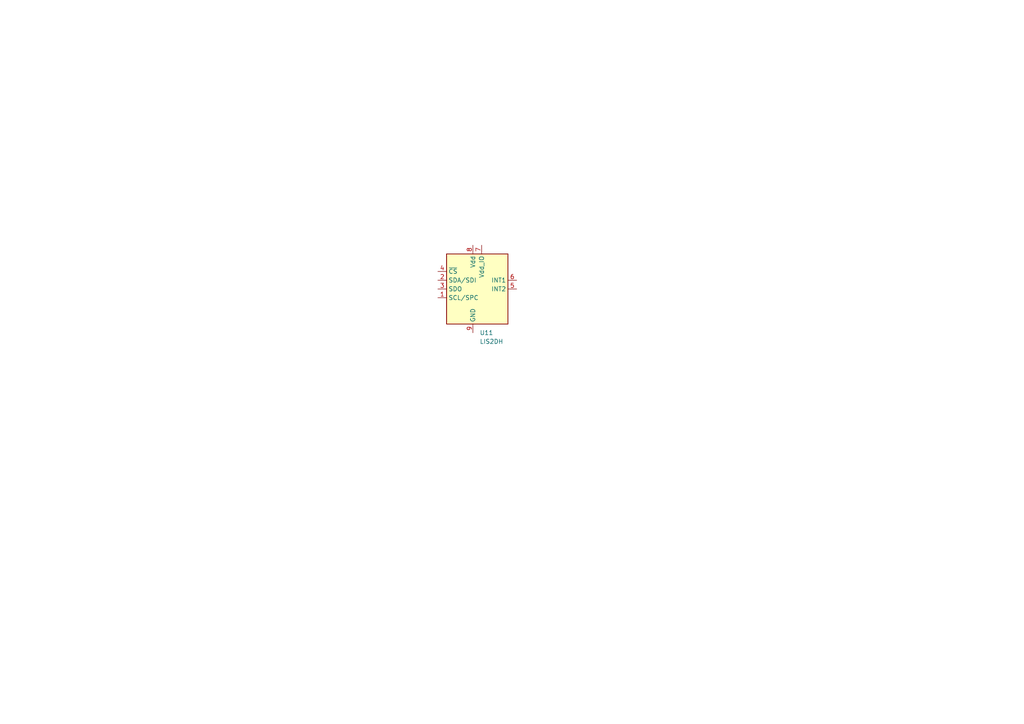
<source format=kicad_sch>
(kicad_sch (version 20230121) (generator eeschema)
  (paper "A4")
  (lib_symbols
    (symbol "Sensor_Motion:LIS2DH"
      (property "Reference" "U" (at -8.89 11.43 0))
      (property "Value" "LIS2DH" (at 3.81 11.43 0))
      (symbol "LIS2DH_0_1"
        (rectangle (start -7.62 10.16) (end 10.16 -10.16) (stroke (width 0.254)) (fill (type background)))
      )
      (symbol "LIS2DH_1_1"
        (pin input line (at -10.16 -2.54 0) (length 2.54) (name "SCL/SPC") (number "1"))
        (pin passive line (at 0 -12.7 90) (length 2.54) hide (name "GND") (number "10"))
        (pin passive line (at 0 -12.7 90) (length 2.54) hide (name "GND") (number "11"))
        (pin passive line (at 0 -12.7 90) (length 2.54) hide (name "GND") (number "12"))
        (pin passive line (at 0 -12.7 90) (length 2.54) hide (name "GND") (number "13"))
        (pin passive line (at 0 -12.7 90) (length 2.54) hide (name "GND") (number "14"))
        (pin bidirectional line (at -10.16 2.54 0) (length 2.54) (name "SDA/SDI") (number "2"))
        (pin output line (at -10.16 0 0) (length 2.54) (name "SDO") (number "3"))
        (pin input line (at -10.16 5.08 0) (length 2.54) (name "~{CS}") (number "4"))
        (pin output line (at 12.7 0 180) (length 2.54) (name "INT2") (number "5"))
        (pin output line (at 12.7 2.54 180) (length 2.54) (name "INT1") (number "6"))
        (pin power_in line (at 2.54 12.7 270) (length 2.54) (name "Vdd_IO") (number "7"))
        (pin power_in line (at 0 12.7 270) (length 2.54) (name "Vdd") (number "8"))
        (pin power_in line (at 0 -12.7 90) (length 2.54) (name "GND") (number "9"))
      )
    )
  )
  (symbol (lib_id "Sensor_Motion:LIS2DH") (at 137.16 83.82 0) (unit 1)
    (property "Reference" "U11" (at 139.1159 96.52 0) (effects (justify left)))
    (property "Value" "LIS2DH" (at 139.1159 99.06 0) (effects (justify left)))
    (property "Footprint" "Package_LGA:LGA-14_2x2mm_P0.35mm_LayoutBorder3x4y" (effects hide))
    (property "Datasheet" "http://www.st.com/web/en/resource/technical/document/datasheet/DM00042751.pdf" (effects hide))
  )
)
</source>
